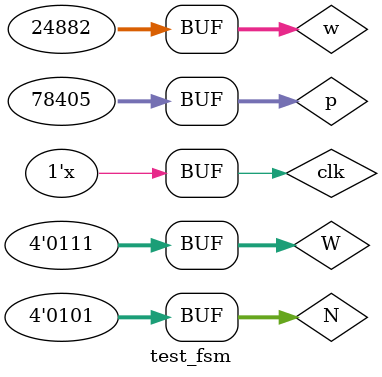
<source format=v>
`timescale 1ns / 1ps


module test_fsm();
reg [3:0] N;
reg [3:0] W;
reg [31:0] w;
reg [31:0] p;
reg clk;

wire [0:7] result;

initial
    begin
        clk = 1'b0;
        N = 4'b0101;
        W = 4'b0111;
        w = 32'h00006132;
        p = 32'h00013245; 
    end


always #10 clk = ~clk;


fsm automate(.N(N), .W(W), .w(w), .p(p), .reset(0), .clk(clk), .R_I(1'b1), .out(result), .R_O(R_O), .Error(er_reg));
endmodule

</source>
